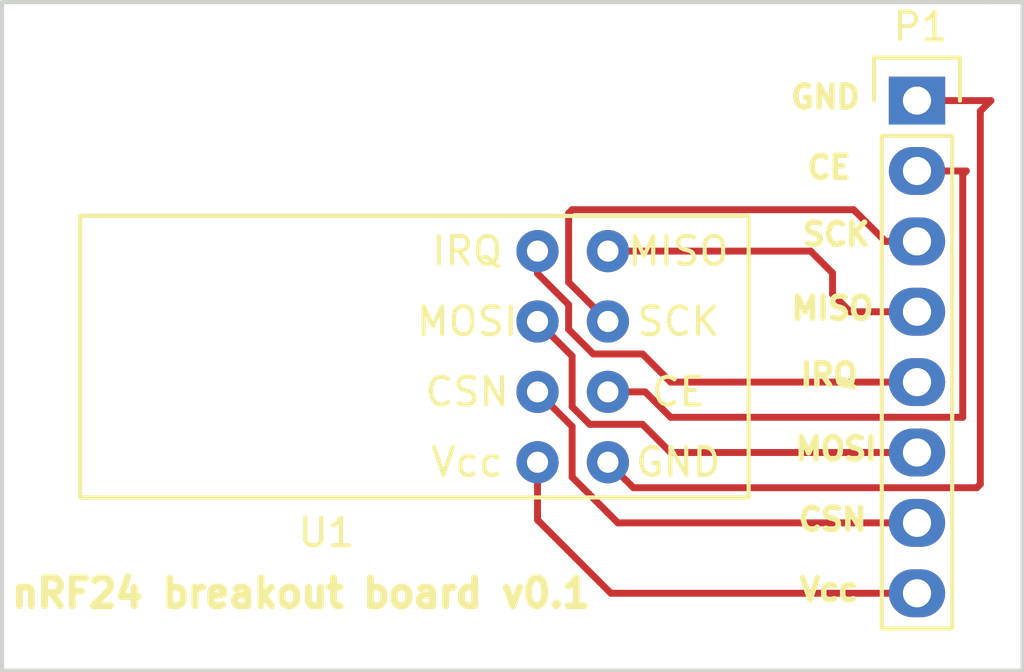
<source format=kicad_pcb>
(kicad_pcb (version 20160815) (host pcbnew "(2017-01-24 revision 0b6147e)-makepkg")

  (general
    (links 8)
    (no_connects 0)
    (area 121.844999 71.044999 158.825001 95.325001)
    (thickness 1.6)
    (drawings 14)
    (tracks 43)
    (zones 0)
    (modules 2)
    (nets 9)
  )

  (page A4)
  (title_block
    (title "nRF24 breakout")
    (date 2017-01-26)
    (rev 0.01)
    (company "Amitesh Singh")
    (comment 1 "breakout pcb")
  )

  (layers
    (0 F.Cu signal)
    (31 B.Cu signal)
    (32 B.Adhes user)
    (33 F.Adhes user)
    (34 B.Paste user)
    (35 F.Paste user)
    (36 B.SilkS user)
    (37 F.SilkS user)
    (38 B.Mask user)
    (39 F.Mask user)
    (40 Dwgs.User user)
    (41 Cmts.User user)
    (42 Eco1.User user)
    (43 Eco2.User user)
    (44 Edge.Cuts user)
    (45 Margin user)
    (46 B.CrtYd user)
    (47 F.CrtYd user)
    (48 B.Fab user)
    (49 F.Fab user)
  )

  (setup
    (last_trace_width 0.25)
    (trace_clearance 0.2)
    (zone_clearance 0.508)
    (zone_45_only no)
    (trace_min 0.2)
    (segment_width 0.2)
    (edge_width 0.15)
    (via_size 0.8)
    (via_drill 0.4)
    (via_min_size 0.4)
    (via_min_drill 0.3)
    (uvia_size 0.3)
    (uvia_drill 0.1)
    (uvias_allowed no)
    (uvia_min_size 0.2)
    (uvia_min_drill 0.1)
    (pcb_text_width 0.3)
    (pcb_text_size 1.5 1.5)
    (mod_edge_width 0.15)
    (mod_text_size 1 1)
    (mod_text_width 0.15)
    (pad_size 1.524 1.524)
    (pad_drill 0.762)
    (pad_to_mask_clearance 0.2)
    (aux_axis_origin 0 0)
    (visible_elements FFFFFF7F)
    (pcbplotparams
      (layerselection 0x00030_ffffffff)
      (usegerberextensions false)
      (excludeedgelayer true)
      (linewidth 0.100000)
      (plotframeref false)
      (viasonmask false)
      (mode 1)
      (useauxorigin false)
      (hpglpennumber 1)
      (hpglpenspeed 20)
      (hpglpendiameter 15)
      (psnegative false)
      (psa4output false)
      (plotreference true)
      (plotvalue true)
      (plotinvisibletext false)
      (padsonsilk false)
      (subtractmaskfromsilk false)
      (outputformat 1)
      (mirror false)
      (drillshape 1)
      (scaleselection 1)
      (outputdirectory ""))
  )

  (net 0 "")
  (net 1 "Net-(P1-Pad8)")
  (net 2 "Net-(P1-Pad7)")
  (net 3 "Net-(P1-Pad6)")
  (net 4 "Net-(P1-Pad5)")
  (net 5 "Net-(P1-Pad4)")
  (net 6 "Net-(P1-Pad3)")
  (net 7 "Net-(P1-Pad2)")
  (net 8 "Net-(P1-Pad1)")

  (net_class Default "This is the default net class."
    (clearance 0.2)
    (trace_width 0.25)
    (via_dia 0.8)
    (via_drill 0.4)
    (uvia_dia 0.3)
    (uvia_drill 0.1)
    (add_net "Net-(P1-Pad1)")
    (add_net "Net-(P1-Pad2)")
    (add_net "Net-(P1-Pad3)")
    (add_net "Net-(P1-Pad4)")
    (add_net "Net-(P1-Pad5)")
    (add_net "Net-(P1-Pad6)")
    (add_net "Net-(P1-Pad7)")
    (add_net "Net-(P1-Pad8)")
  )

  (module Socket_Strips:Socket_Strip_Straight_1x08 (layer F.Cu) (tedit 58899AB5) (tstamp 588996C6)
    (at 154.94 74.676 270)
    (descr "Through hole socket strip")
    (tags "socket strip")
    (path /58897F0F)
    (fp_text reference P1 (at -2.667 -0.127 360) (layer F.SilkS)
      (effects (font (size 1 1) (thickness 0.15)))
    )
    (fp_text value CONN_01X08 (at -3.048 0 360) (layer F.Fab) hide
      (effects (font (size 1 1) (thickness 0.15)))
    )
    (fp_line (start -1.55 -1.55) (end -1.55 1.55) (layer F.SilkS) (width 0.15))
    (fp_line (start 0 -1.55) (end -1.55 -1.55) (layer F.SilkS) (width 0.15))
    (fp_line (start 1.27 1.27) (end 1.27 -1.27) (layer F.SilkS) (width 0.15))
    (fp_line (start -1.55 1.55) (end 0 1.55) (layer F.SilkS) (width 0.15))
    (fp_line (start 19.05 -1.27) (end 1.27 -1.27) (layer F.SilkS) (width 0.15))
    (fp_line (start 19.05 1.27) (end 19.05 -1.27) (layer F.SilkS) (width 0.15))
    (fp_line (start 1.27 1.27) (end 19.05 1.27) (layer F.SilkS) (width 0.15))
    (fp_line (start -1.75 1.75) (end 19.55 1.75) (layer F.CrtYd) (width 0.05))
    (fp_line (start -1.75 -1.75) (end 19.55 -1.75) (layer F.CrtYd) (width 0.05))
    (fp_line (start 19.55 -1.75) (end 19.55 1.75) (layer F.CrtYd) (width 0.05))
    (fp_line (start -1.75 -1.75) (end -1.75 1.75) (layer F.CrtYd) (width 0.05))
    (pad 8 thru_hole oval (at 17.78 0 270) (size 1.7272 2.032) (drill 1.016) (layers *.Cu *.Mask)
      (net 1 "Net-(P1-Pad8)"))
    (pad 7 thru_hole oval (at 15.24 0 270) (size 1.7272 2.032) (drill 1.016) (layers *.Cu *.Mask)
      (net 2 "Net-(P1-Pad7)"))
    (pad 6 thru_hole oval (at 12.7 0 270) (size 1.7272 2.032) (drill 1.016) (layers *.Cu *.Mask)
      (net 3 "Net-(P1-Pad6)"))
    (pad 5 thru_hole oval (at 10.16 0 270) (size 1.7272 2.032) (drill 1.016) (layers *.Cu *.Mask)
      (net 4 "Net-(P1-Pad5)"))
    (pad 4 thru_hole oval (at 7.62 0 270) (size 1.7272 2.032) (drill 1.016) (layers *.Cu *.Mask)
      (net 5 "Net-(P1-Pad4)"))
    (pad 3 thru_hole oval (at 5.08 0 270) (size 1.7272 2.032) (drill 1.016) (layers *.Cu *.Mask)
      (net 6 "Net-(P1-Pad3)"))
    (pad 2 thru_hole oval (at 2.54 0 270) (size 1.7272 2.032) (drill 1.016) (layers *.Cu *.Mask)
      (net 7 "Net-(P1-Pad2)"))
    (pad 1 thru_hole rect (at 0 0 270) (size 1.7272 2.032) (drill 1.016) (layers *.Cu *.Mask)
      (net 8 "Net-(P1-Pad1)"))
    (model Socket_Strips.3dshapes/Socket_Strip_Straight_1x08.wrl
      (at (xyz 0.35 0 0))
      (scale (xyz 1 1 1))
      (rotate (xyz 0 0 180))
    )
  )

  (module nRF24_footprints:nRF24 (layer F.Cu) (tedit 588992D3) (tstamp 588996DF)
    (at 133.625001 77.568)
    (path /5889867E)
    (fp_text reference U1 (at 0 12.7) (layer F.SilkS)
      (effects (font (size 1 1) (thickness 0.15)))
    )
    (fp_text value nRF24 (at -5.08 6.35) (layer F.Fab)
      (effects (font (size 1 1) (thickness 0.15)))
    )
    (fp_line (start -8.89 1.27) (end -8.89 11.43) (layer F.SilkS) (width 0.15))
    (fp_line (start 12.7 1.27) (end -8.89 1.27) (layer F.SilkS) (width 0.15))
    (fp_text user GND (at 12.7 10.16) (layer F.SilkS)
      (effects (font (size 1 1) (thickness 0.15)))
    )
    (fp_text user CE (at 12.7 7.62) (layer F.SilkS)
      (effects (font (size 1 1) (thickness 0.15)))
    )
    (fp_text user MISO (at 12.7 2.54) (layer F.SilkS)
      (effects (font (size 1 1) (thickness 0.15)))
    )
    (fp_text user SCK (at 12.7 5.08) (layer F.SilkS)
      (effects (font (size 1 1) (thickness 0.15)))
    )
    (fp_text user Vcc (at 5.08 10.16) (layer F.SilkS)
      (effects (font (size 1 1) (thickness 0.15)))
    )
    (fp_text user CSN (at 5.08 7.62) (layer F.SilkS)
      (effects (font (size 1 1) (thickness 0.15)))
    )
    (fp_text user MOSI (at 5.08 5.08) (layer F.SilkS)
      (effects (font (size 1 1) (thickness 0.15)))
    )
    (fp_text user IRQ (at 5.08 2.54) (layer F.SilkS)
      (effects (font (size 1 1) (thickness 0.15)))
    )
    (fp_line (start 15.24 1.27) (end 12.7 1.27) (layer F.SilkS) (width 0.15))
    (fp_line (start 15.24 11.43) (end 15.24 1.27) (layer F.SilkS) (width 0.15))
    (fp_line (start -8.89 11.43) (end 15.24 11.43) (layer F.SilkS) (width 0.15))
    (pad 7 thru_hole circle (at 7.62 10.16) (size 1.524 1.524) (drill 0.762) (layers *.Cu *.Mask)
      (net 1 "Net-(P1-Pad8)"))
    (pad 6 thru_hole circle (at 7.62 7.62) (size 1.524 1.524) (drill 0.762) (layers *.Cu *.Mask)
      (net 2 "Net-(P1-Pad7)"))
    (pad 5 thru_hole circle (at 7.62 5.08) (size 1.524 1.524) (drill 0.762) (layers *.Cu *.Mask)
      (net 3 "Net-(P1-Pad6)"))
    (pad 4 thru_hole circle (at 7.62 2.54) (size 1.524 1.524) (drill 0.762) (layers *.Cu *.Mask)
      (net 4 "Net-(P1-Pad5)"))
    (pad 3 thru_hole circle (at 10.16 2.54) (size 1.524 1.524) (drill 0.762) (layers *.Cu *.Mask)
      (net 5 "Net-(P1-Pad4)"))
    (pad 2 thru_hole circle (at 10.16 5.08) (size 1.524 1.524) (drill 0.762) (layers *.Cu *.Mask)
      (net 6 "Net-(P1-Pad3)"))
    (pad 1 thru_hole circle (at 10.16 7.62) (size 1.524 1.524) (drill 0.762) (layers *.Cu *.Mask)
      (net 7 "Net-(P1-Pad2)"))
    (pad 0 thru_hole circle (at 10.16 10.16) (size 1.524 1.524) (drill 0.762) (layers *.Cu *.Mask)
      (net 8 "Net-(P1-Pad1)"))
  )

  (gr_text "nRF24 breakout board v0.1" (at 132.715 92.456) (layer F.SilkS)
    (effects (font (size 1 1) (thickness 0.25)))
  )
  (gr_text GND (at 151.638 74.549) (layer F.SilkS) (tstamp 58899B92)
    (effects (font (size 0.8 0.8) (thickness 0.2)))
  )
  (gr_text CE (at 151.765 77.089) (layer F.SilkS) (tstamp 58899B8F)
    (effects (font (size 0.8 0.8) (thickness 0.2)))
  )
  (gr_text SCK (at 152.019 79.502) (layer F.SilkS) (tstamp 58899B8A)
    (effects (font (size 0.8 0.8) (thickness 0.2)))
  )
  (gr_text MISO (at 151.892 82.169) (layer F.SilkS) (tstamp 58899B86)
    (effects (font (size 0.8 0.8) (thickness 0.2)))
  )
  (gr_text IRQ (at 151.765 84.582) (layer F.SilkS) (tstamp 58899B80)
    (effects (font (size 0.8 0.8) (thickness 0.2)))
  )
  (gr_text MOSI (at 152.019 87.249) (layer F.SilkS) (tstamp 58899B7B)
    (effects (font (size 0.8 0.8) (thickness 0.2)))
  )
  (gr_text CSN (at 151.892 89.789) (layer F.SilkS) (tstamp 58899B75)
    (effects (font (size 0.8 0.8) (thickness 0.2)))
  )
  (gr_text Vcc (at 151.765 92.329) (layer F.SilkS)
    (effects (font (size 0.8 0.8) (thickness 0.2)))
  )
  (gr_line (start 158.75 71.12) (end 157.48 71.12) (angle 90) (layer Edge.Cuts) (width 0.15))
  (gr_line (start 158.75 95.25) (end 158.75 71.12) (angle 90) (layer Edge.Cuts) (width 0.15))
  (gr_line (start 121.92 95.25) (end 158.75 95.25) (angle 90) (layer Edge.Cuts) (width 0.15))
  (gr_line (start 121.92 71.12) (end 121.92 95.25) (angle 90) (layer Edge.Cuts) (width 0.15))
  (gr_line (start 157.48 71.12) (end 121.92 71.12) (angle 90) (layer Edge.Cuts) (width 0.15))

  (segment (start 154.94 92.456) (end 143.891 92.456) (width 0.25) (layer F.Cu) (net 1))
  (segment (start 141.245001 89.810001) (end 141.245001 87.728) (width 0.25) (layer F.Cu) (net 1) (tstamp 58899A58))
  (segment (start 143.891 92.456) (end 141.245001 89.810001) (width 0.25) (layer F.Cu) (net 1) (tstamp 58899A4C))
  (segment (start 154.94 89.916) (end 144.145 89.916) (width 0.25) (layer F.Cu) (net 2))
  (segment (start 142.494 86.436999) (end 141.245001 85.188) (width 0.25) (layer F.Cu) (net 2) (tstamp 58899966))
  (segment (start 142.494 88.265) (end 142.494 86.436999) (width 0.25) (layer F.Cu) (net 2) (tstamp 58899964))
  (segment (start 144.145 89.916) (end 142.494 88.265) (width 0.25) (layer F.Cu) (net 2) (tstamp 58899962))
  (segment (start 154.94 87.376) (end 146.05 87.376) (width 0.25) (layer F.Cu) (net 3))
  (segment (start 142.494 83.896999) (end 141.245001 82.648) (width 0.25) (layer F.Cu) (net 3) (tstamp 5889996F))
  (segment (start 142.494 85.725) (end 142.494 83.896999) (width 0.25) (layer F.Cu) (net 3) (tstamp 5889996E))
  (segment (start 143.129 86.36) (end 142.494 85.725) (width 0.25) (layer F.Cu) (net 3) (tstamp 5889996D))
  (segment (start 145.034 86.36) (end 143.129 86.36) (width 0.25) (layer F.Cu) (net 3) (tstamp 5889996B))
  (segment (start 146.05 87.376) (end 145.034 86.36) (width 0.25) (layer F.Cu) (net 3) (tstamp 5889996A))
  (segment (start 154.94 84.836) (end 146.05 84.836) (width 0.25) (layer F.Cu) (net 4))
  (segment (start 141.245001 80.920001) (end 141.245001 80.108) (width 0.25) (layer F.Cu) (net 4) (tstamp 58899979))
  (segment (start 142.367 82.042) (end 141.245001 80.920001) (width 0.25) (layer F.Cu) (net 4) (tstamp 58899978))
  (segment (start 142.367 82.931) (end 142.367 82.042) (width 0.25) (layer F.Cu) (net 4) (tstamp 58899977))
  (segment (start 143.256 83.82) (end 142.367 82.931) (width 0.25) (layer F.Cu) (net 4) (tstamp 58899976))
  (segment (start 145.034 83.82) (end 143.256 83.82) (width 0.25) (layer F.Cu) (net 4) (tstamp 58899974))
  (segment (start 146.05 84.836) (end 145.034 83.82) (width 0.25) (layer F.Cu) (net 4) (tstamp 58899973))
  (segment (start 154.94 82.296) (end 152.527 82.296) (width 0.25) (layer F.Cu) (net 5))
  (segment (start 151.101 80.108) (end 143.785001 80.108) (width 0.25) (layer F.Cu) (net 5) (tstamp 5889984A))
  (segment (start 151.892 80.899) (end 151.101 80.108) (width 0.25) (layer F.Cu) (net 5) (tstamp 58899849))
  (segment (start 151.892 81.661) (end 151.892 80.899) (width 0.25) (layer F.Cu) (net 5) (tstamp 58899848))
  (segment (start 152.527 82.296) (end 151.892 81.661) (width 0.25) (layer F.Cu) (net 5) (tstamp 58899847))
  (segment (start 154.94 79.756) (end 153.797 79.756) (width 0.25) (layer F.Cu) (net 6))
  (segment (start 142.367 81.229999) (end 143.785001 82.648) (width 0.25) (layer F.Cu) (net 6) (tstamp 58899944))
  (segment (start 142.367 78.74) (end 142.367 81.229999) (width 0.25) (layer F.Cu) (net 6) (tstamp 58899943))
  (segment (start 142.494 78.613) (end 142.367 78.74) (width 0.25) (layer F.Cu) (net 6) (tstamp 58899942))
  (segment (start 152.654 78.613) (end 142.494 78.613) (width 0.25) (layer F.Cu) (net 6) (tstamp 58899940))
  (segment (start 153.797 79.756) (end 152.654 78.613) (width 0.25) (layer F.Cu) (net 6) (tstamp 5889993E))
  (segment (start 154.94 77.216) (end 156.718 77.216) (width 0.25) (layer F.Cu) (net 7))
  (segment (start 145.132 85.188) (end 143.785001 85.188) (width 0.25) (layer F.Cu) (net 7) (tstamp 58899A39))
  (segment (start 146.05 86.106) (end 145.132 85.188) (width 0.25) (layer F.Cu) (net 7) (tstamp 58899A33))
  (segment (start 156.591 86.106) (end 146.05 86.106) (width 0.25) (layer F.Cu) (net 7) (tstamp 58899A30))
  (segment (start 156.591 77.343) (end 156.591 86.106) (width 0.25) (layer F.Cu) (net 7) (tstamp 58899A27))
  (segment (start 156.718 77.216) (end 156.591 77.343) (width 0.25) (layer F.Cu) (net 7) (tstamp 58899A23))
  (segment (start 154.94 74.676) (end 157.607 74.676) (width 0.25) (layer F.Cu) (net 8))
  (segment (start 157.607 74.676) (end 157.226 75.057) (width 0.25) (layer F.Cu) (net 8) (tstamp 5889999F))
  (segment (start 157.226 75.057) (end 157.226 88.519) (width 0.25) (layer F.Cu) (net 8) (tstamp 588999A1))
  (segment (start 157.226 88.519) (end 157.099 88.646) (width 0.25) (layer F.Cu) (net 8) (tstamp 588999A3))
  (segment (start 157.099 88.646) (end 144.703001 88.646) (width 0.25) (layer F.Cu) (net 8) (tstamp 588999A9))
  (segment (start 144.703001 88.646) (end 143.785001 87.728) (width 0.25) (layer F.Cu) (net 8) (tstamp 588999B1))

)

</source>
